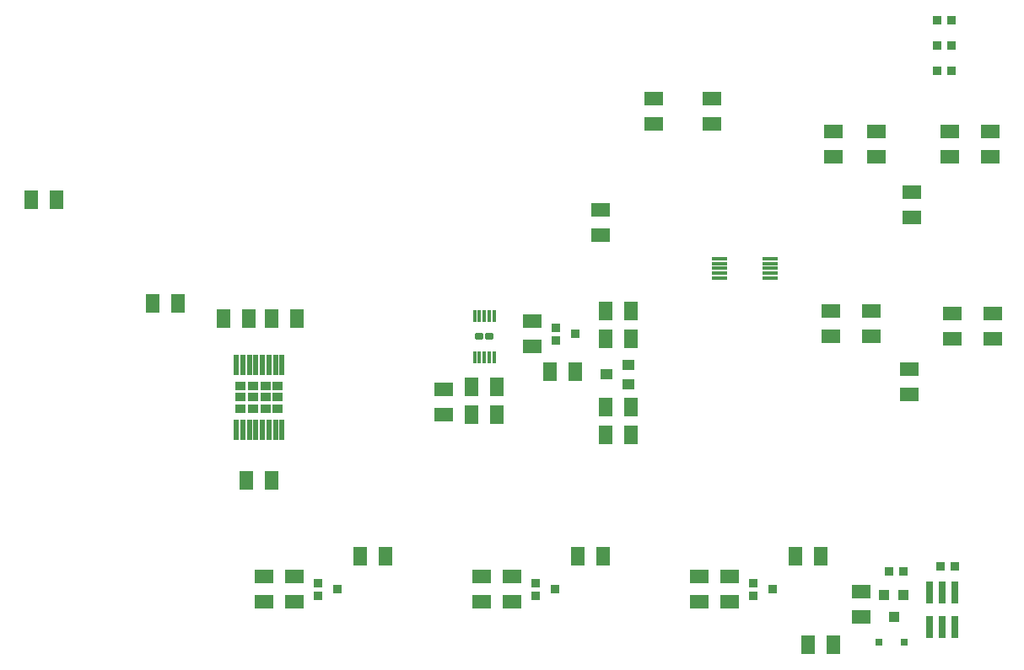
<source format=gtp>
G04 #@! TF.GenerationSoftware,KiCad,Pcbnew,7.0.9*
G04 #@! TF.CreationDate,2023-12-23T18:10:06+01:00*
G04 #@! TF.ProjectId,signalization-by-fireplace,7369676e-616c-4697-9a61-74696f6e2d62,v2.0*
G04 #@! TF.SameCoordinates,Original*
G04 #@! TF.FileFunction,Paste,Top*
G04 #@! TF.FilePolarity,Positive*
%FSLAX46Y46*%
G04 Gerber Fmt 4.6, Leading zero omitted, Abs format (unit mm)*
G04 Created by KiCad (PCBNEW 7.0.9) date 2023-12-23 18:10:06*
%MOMM*%
%LPD*%
G01*
G04 APERTURE LIST*
G04 Aperture macros list*
%AMRoundRect*
0 Rectangle with rounded corners*
0 $1 Rounding radius*
0 $2 $3 $4 $5 $6 $7 $8 $9 X,Y pos of 4 corners*
0 Add a 4 corners polygon primitive as box body*
4,1,4,$2,$3,$4,$5,$6,$7,$8,$9,$2,$3,0*
0 Add four circle primitives for the rounded corners*
1,1,$1+$1,$2,$3*
1,1,$1+$1,$4,$5*
1,1,$1+$1,$6,$7*
1,1,$1+$1,$8,$9*
0 Add four rect primitives between the rounded corners*
20,1,$1+$1,$2,$3,$4,$5,0*
20,1,$1+$1,$4,$5,$6,$7,0*
20,1,$1+$1,$6,$7,$8,$9,0*
20,1,$1+$1,$8,$9,$2,$3,0*%
%AMOutline4P*
0 Free polygon, 4 corners , with rotation*
0 The origin of the aperture is its center*
0 number of corners: always 4*
0 $1 to $8 corner X, Y*
0 $9 Rotation angle, in degrees counterclockwise*
0 create outline with 4 corners*
4,1,4,$1,$2,$3,$4,$5,$6,$7,$8,$1,$2,$9*%
G04 Aperture macros list end*
%ADD10RoundRect,0.182500X0.222500X-0.182500X0.222500X0.182500X-0.222500X0.182500X-0.222500X-0.182500X0*%
%ADD11R,0.350000X1.200000*%
%ADD12R,1.500000X0.350000*%
%ADD13Outline4P,-0.650000X-0.900000X0.650000X-0.900000X0.650000X0.900000X-0.650000X0.900000X0.000000*%
%ADD14Outline4P,-0.650000X-0.900000X0.650000X-0.900000X0.650000X0.900000X-0.650000X0.900000X90.000000*%
%ADD15Outline4P,-0.650000X-0.900000X0.650000X-0.900000X0.650000X0.900000X-0.650000X0.900000X180.000000*%
%ADD16R,0.900000X0.900000*%
%ADD17Outline4P,-0.650000X-0.900000X0.650000X-0.900000X0.650000X0.900000X-0.650000X0.900000X270.000000*%
%ADD18R,1.300000X1.000000*%
%ADD19R,1.050000X0.880000*%
%ADD20R,0.500000X2.000000*%
%ADD21R,0.800000X2.200000*%
%ADD22R,0.800000X0.800000*%
%ADD23R,1.000000X1.000000*%
G04 APERTURE END LIST*
D10*
X136215500Y-90043000D03*
X137215500Y-90043000D03*
D11*
X135714740Y-92135960D03*
X136215500Y-92135960D03*
X136715500Y-92135960D03*
X137215500Y-92135960D03*
X137715500Y-92135960D03*
X137715500Y-87950040D03*
X137215500Y-87950040D03*
X136715500Y-87950040D03*
X136215500Y-87950040D03*
X135715500Y-87950040D03*
D12*
X160337500Y-82185000D03*
X160337500Y-82685000D03*
X160337500Y-83185000D03*
X160337500Y-83685000D03*
X160337500Y-84185000D03*
X165417500Y-84185000D03*
X165417500Y-83685000D03*
X165417500Y-83185000D03*
X165417500Y-82685000D03*
X165417500Y-82185000D03*
D13*
X148907500Y-99949000D03*
X151447500Y-99949000D03*
X148907500Y-97155000D03*
X151447500Y-97155000D03*
D14*
X132651500Y-97917000D03*
X132651500Y-95377000D03*
D13*
X135445500Y-95123000D03*
X137985500Y-95123000D03*
D15*
X137985500Y-97917000D03*
X135445500Y-97917000D03*
D13*
X148907500Y-90297000D03*
X151447500Y-90297000D03*
X148907500Y-87503000D03*
X151447500Y-87503000D03*
X112839500Y-104521000D03*
X115379500Y-104521000D03*
X115379500Y-88265000D03*
X117919500Y-88265000D03*
X110553500Y-88265000D03*
X113093500Y-88265000D03*
D16*
X119967500Y-114793000D03*
X119967500Y-116093000D03*
X121967500Y-115443000D03*
X141811500Y-114793000D03*
X141811500Y-116093000D03*
X143811500Y-115443000D03*
X163655500Y-114793000D03*
X163655500Y-116093000D03*
X165655500Y-115443000D03*
X143843500Y-89139000D03*
X143843500Y-90439000D03*
X145843500Y-89789000D03*
D17*
X159575500Y-66167000D03*
X159575500Y-68707000D03*
X117665500Y-114173000D03*
X117665500Y-116713000D03*
D13*
X124269500Y-112141000D03*
X126809500Y-112141000D03*
D17*
X187769500Y-87757000D03*
X187769500Y-90297000D03*
X183705500Y-87757000D03*
X183705500Y-90297000D03*
X179387500Y-93345000D03*
X179387500Y-95885000D03*
D14*
X175577500Y-90043000D03*
X175577500Y-87503000D03*
D17*
X139509500Y-114173000D03*
X139509500Y-116713000D03*
D13*
X146113500Y-112141000D03*
X148653500Y-112141000D03*
D17*
X176085500Y-69469000D03*
X176085500Y-72009000D03*
X171767500Y-69469000D03*
X171767500Y-72009000D03*
X179641500Y-75565000D03*
X179641500Y-78105000D03*
D14*
X187515500Y-72009000D03*
X187515500Y-69469000D03*
D17*
X183451500Y-69469000D03*
X183451500Y-72009000D03*
X161353500Y-114173000D03*
X161353500Y-116713000D03*
D13*
X167957500Y-112141000D03*
X170497500Y-112141000D03*
D14*
X148399500Y-79883000D03*
X148399500Y-77343000D03*
D17*
X141541500Y-88519000D03*
X141541500Y-91059000D03*
D15*
X105981500Y-86741000D03*
X103441500Y-86741000D03*
X145859500Y-93599000D03*
X143319500Y-93599000D03*
D13*
X91186000Y-76327000D03*
X93726000Y-76327000D03*
D18*
X151177500Y-94803000D03*
X151177500Y-92903000D03*
X148977500Y-93853000D03*
D19*
X112234500Y-97272400D03*
X113484500Y-97272400D03*
X114734500Y-97272400D03*
X115984500Y-97272400D03*
X112234500Y-96139000D03*
X113484500Y-96139000D03*
X114734500Y-96139000D03*
X115984500Y-96139000D03*
X112234500Y-95005600D03*
X113484500Y-95005600D03*
X114734500Y-95005600D03*
X115984500Y-95005600D03*
D20*
X111834500Y-99389000D03*
X112484500Y-99389000D03*
X113134500Y-99389000D03*
X113784500Y-99389000D03*
X114434500Y-99389000D03*
X115084500Y-99389000D03*
X115734500Y-99389000D03*
X116384500Y-99389000D03*
X116384500Y-92889000D03*
X115734500Y-92889000D03*
X115084500Y-92889000D03*
X114434500Y-92889000D03*
X113784500Y-92889000D03*
X113134500Y-92889000D03*
X112484500Y-92889000D03*
X111834500Y-92889000D03*
D17*
X171513500Y-87503000D03*
X171513500Y-90043000D03*
X114617500Y-114173000D03*
X114617500Y-116713000D03*
X136461500Y-114173000D03*
X136461500Y-116713000D03*
X158305500Y-114173000D03*
X158305500Y-116713000D03*
D16*
X183922500Y-113157000D03*
X182472500Y-113157000D03*
D21*
X183959500Y-115747800D03*
X182689500Y-115747800D03*
X181419500Y-115747800D03*
X181419500Y-119202200D03*
X182689500Y-119202200D03*
X183959500Y-119202200D03*
D17*
X153733500Y-66167000D03*
X153733500Y-68707000D03*
D22*
X178816000Y-120777000D03*
X176276000Y-120777000D03*
D16*
X177329000Y-113665000D03*
X178779000Y-113665000D03*
D23*
X178750000Y-115967000D03*
X176850000Y-115967000D03*
X177800000Y-118167000D03*
D13*
X169164000Y-121031000D03*
X171704000Y-121031000D03*
D17*
X174498000Y-115697000D03*
X174498000Y-118237000D03*
D16*
X183605000Y-60833000D03*
X182155000Y-60833000D03*
X183605000Y-63373000D03*
X182155000Y-63373000D03*
X183605000Y-58293000D03*
X182155000Y-58293000D03*
M02*

</source>
